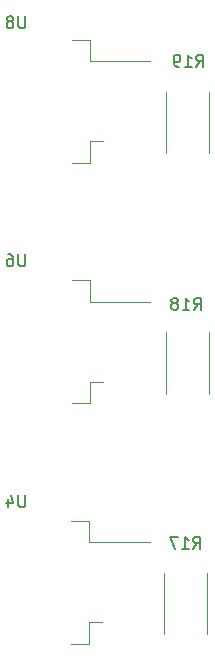
<source format=gbo>
G04 #@! TF.GenerationSoftware,KiCad,Pcbnew,(5.0.1)-3*
G04 #@! TF.CreationDate,2018-10-29T22:15:53-04:00*
G04 #@! TF.ProjectId,GCEW,474345572E6B696361645F7063620000,rev?*
G04 #@! TF.SameCoordinates,Original*
G04 #@! TF.FileFunction,Legend,Bot*
G04 #@! TF.FilePolarity,Positive*
%FSLAX46Y46*%
G04 Gerber Fmt 4.6, Leading zero omitted, Abs format (unit mm)*
G04 Created by KiCad (PCBNEW (5.0.1)-3) date 10/29/2018 10:15:53 PM*
%MOMM*%
%LPD*%
G01*
G04 APERTURE LIST*
%ADD10C,0.120000*%
%ADD11C,0.150000*%
G04 APERTURE END LIST*
D10*
G04 #@! TO.C,R17*
X201130000Y-132000000D02*
X201130000Y-137200000D01*
X204770000Y-137200000D02*
X204770000Y-132000000D01*
G04 #@! TO.C,R18*
X201280000Y-111650000D02*
X201280000Y-116850000D01*
X204920000Y-116850000D02*
X204920000Y-111650000D01*
G04 #@! TO.C,R19*
X201280000Y-91300000D02*
X201280000Y-96500000D01*
X204920000Y-96500000D02*
X204920000Y-91300000D01*
G04 #@! TO.C,U4*
X193274999Y-127599999D02*
X194774999Y-127599999D01*
X194774999Y-127599999D02*
X194774999Y-129409999D01*
X194774999Y-129409999D02*
X199899999Y-129409999D01*
X193274999Y-137999999D02*
X194774999Y-137999999D01*
X194774999Y-137999999D02*
X194774999Y-136189999D01*
X194774999Y-136189999D02*
X195874999Y-136189999D01*
G04 #@! TO.C,U6*
X193324999Y-107250000D02*
X194824999Y-107250000D01*
X194824999Y-107250000D02*
X194824999Y-109060000D01*
X194824999Y-109060000D02*
X199949999Y-109060000D01*
X193324999Y-117650000D02*
X194824999Y-117650000D01*
X194824999Y-117650000D02*
X194824999Y-115840000D01*
X194824999Y-115840000D02*
X195924999Y-115840000D01*
G04 #@! TO.C,U8*
X193324999Y-86900000D02*
X194824999Y-86900000D01*
X194824999Y-86900000D02*
X194824999Y-88710000D01*
X194824999Y-88710000D02*
X199949999Y-88710000D01*
X193324999Y-97300000D02*
X194824999Y-97300000D01*
X194824999Y-97300000D02*
X194824999Y-95490000D01*
X194824999Y-95490000D02*
X195924999Y-95490000D01*
G04 #@! TO.C,R17*
D11*
X203592857Y-129952380D02*
X203926190Y-129476190D01*
X204164285Y-129952380D02*
X204164285Y-128952380D01*
X203783333Y-128952380D01*
X203688095Y-129000000D01*
X203640476Y-129047619D01*
X203592857Y-129142857D01*
X203592857Y-129285714D01*
X203640476Y-129380952D01*
X203688095Y-129428571D01*
X203783333Y-129476190D01*
X204164285Y-129476190D01*
X202640476Y-129952380D02*
X203211904Y-129952380D01*
X202926190Y-129952380D02*
X202926190Y-128952380D01*
X203021428Y-129095238D01*
X203116666Y-129190476D01*
X203211904Y-129238095D01*
X202307142Y-128952380D02*
X201640476Y-128952380D01*
X202069047Y-129952380D01*
G04 #@! TO.C,R18*
X203642857Y-109752380D02*
X203976190Y-109276190D01*
X204214285Y-109752380D02*
X204214285Y-108752380D01*
X203833333Y-108752380D01*
X203738095Y-108800000D01*
X203690476Y-108847619D01*
X203642857Y-108942857D01*
X203642857Y-109085714D01*
X203690476Y-109180952D01*
X203738095Y-109228571D01*
X203833333Y-109276190D01*
X204214285Y-109276190D01*
X202690476Y-109752380D02*
X203261904Y-109752380D01*
X202976190Y-109752380D02*
X202976190Y-108752380D01*
X203071428Y-108895238D01*
X203166666Y-108990476D01*
X203261904Y-109038095D01*
X202119047Y-109180952D02*
X202214285Y-109133333D01*
X202261904Y-109085714D01*
X202309523Y-108990476D01*
X202309523Y-108942857D01*
X202261904Y-108847619D01*
X202214285Y-108800000D01*
X202119047Y-108752380D01*
X201928571Y-108752380D01*
X201833333Y-108800000D01*
X201785714Y-108847619D01*
X201738095Y-108942857D01*
X201738095Y-108990476D01*
X201785714Y-109085714D01*
X201833333Y-109133333D01*
X201928571Y-109180952D01*
X202119047Y-109180952D01*
X202214285Y-109228571D01*
X202261904Y-109276190D01*
X202309523Y-109371428D01*
X202309523Y-109561904D01*
X202261904Y-109657142D01*
X202214285Y-109704761D01*
X202119047Y-109752380D01*
X201928571Y-109752380D01*
X201833333Y-109704761D01*
X201785714Y-109657142D01*
X201738095Y-109561904D01*
X201738095Y-109371428D01*
X201785714Y-109276190D01*
X201833333Y-109228571D01*
X201928571Y-109180952D01*
G04 #@! TO.C,R19*
X203842857Y-89152380D02*
X204176190Y-88676190D01*
X204414285Y-89152380D02*
X204414285Y-88152380D01*
X204033333Y-88152380D01*
X203938095Y-88200000D01*
X203890476Y-88247619D01*
X203842857Y-88342857D01*
X203842857Y-88485714D01*
X203890476Y-88580952D01*
X203938095Y-88628571D01*
X204033333Y-88676190D01*
X204414285Y-88676190D01*
X202890476Y-89152380D02*
X203461904Y-89152380D01*
X203176190Y-89152380D02*
X203176190Y-88152380D01*
X203271428Y-88295238D01*
X203366666Y-88390476D01*
X203461904Y-88438095D01*
X202414285Y-89152380D02*
X202223809Y-89152380D01*
X202128571Y-89104761D01*
X202080952Y-89057142D01*
X201985714Y-88914285D01*
X201938095Y-88723809D01*
X201938095Y-88342857D01*
X201985714Y-88247619D01*
X202033333Y-88200000D01*
X202128571Y-88152380D01*
X202319047Y-88152380D01*
X202414285Y-88200000D01*
X202461904Y-88247619D01*
X202509523Y-88342857D01*
X202509523Y-88580952D01*
X202461904Y-88676190D01*
X202414285Y-88723809D01*
X202319047Y-88771428D01*
X202128571Y-88771428D01*
X202033333Y-88723809D01*
X201985714Y-88676190D01*
X201938095Y-88580952D01*
G04 #@! TO.C,U4*
X189361904Y-125452380D02*
X189361904Y-126261904D01*
X189314285Y-126357142D01*
X189266666Y-126404761D01*
X189171428Y-126452380D01*
X188980952Y-126452380D01*
X188885714Y-126404761D01*
X188838095Y-126357142D01*
X188790476Y-126261904D01*
X188790476Y-125452380D01*
X187885714Y-125785714D02*
X187885714Y-126452380D01*
X188123809Y-125404761D02*
X188361904Y-126119047D01*
X187742857Y-126119047D01*
G04 #@! TO.C,U6*
X189361904Y-105052380D02*
X189361904Y-105861904D01*
X189314285Y-105957142D01*
X189266666Y-106004761D01*
X189171428Y-106052380D01*
X188980952Y-106052380D01*
X188885714Y-106004761D01*
X188838095Y-105957142D01*
X188790476Y-105861904D01*
X188790476Y-105052380D01*
X187885714Y-105052380D02*
X188076190Y-105052380D01*
X188171428Y-105100000D01*
X188219047Y-105147619D01*
X188314285Y-105290476D01*
X188361904Y-105480952D01*
X188361904Y-105861904D01*
X188314285Y-105957142D01*
X188266666Y-106004761D01*
X188171428Y-106052380D01*
X187980952Y-106052380D01*
X187885714Y-106004761D01*
X187838095Y-105957142D01*
X187790476Y-105861904D01*
X187790476Y-105623809D01*
X187838095Y-105528571D01*
X187885714Y-105480952D01*
X187980952Y-105433333D01*
X188171428Y-105433333D01*
X188266666Y-105480952D01*
X188314285Y-105528571D01*
X188361904Y-105623809D01*
G04 #@! TO.C,U8*
X189361904Y-84902380D02*
X189361904Y-85711904D01*
X189314285Y-85807142D01*
X189266666Y-85854761D01*
X189171428Y-85902380D01*
X188980952Y-85902380D01*
X188885714Y-85854761D01*
X188838095Y-85807142D01*
X188790476Y-85711904D01*
X188790476Y-84902380D01*
X188171428Y-85330952D02*
X188266666Y-85283333D01*
X188314285Y-85235714D01*
X188361904Y-85140476D01*
X188361904Y-85092857D01*
X188314285Y-84997619D01*
X188266666Y-84950000D01*
X188171428Y-84902380D01*
X187980952Y-84902380D01*
X187885714Y-84950000D01*
X187838095Y-84997619D01*
X187790476Y-85092857D01*
X187790476Y-85140476D01*
X187838095Y-85235714D01*
X187885714Y-85283333D01*
X187980952Y-85330952D01*
X188171428Y-85330952D01*
X188266666Y-85378571D01*
X188314285Y-85426190D01*
X188361904Y-85521428D01*
X188361904Y-85711904D01*
X188314285Y-85807142D01*
X188266666Y-85854761D01*
X188171428Y-85902380D01*
X187980952Y-85902380D01*
X187885714Y-85854761D01*
X187838095Y-85807142D01*
X187790476Y-85711904D01*
X187790476Y-85521428D01*
X187838095Y-85426190D01*
X187885714Y-85378571D01*
X187980952Y-85330952D01*
G04 #@! TD*
M02*

</source>
